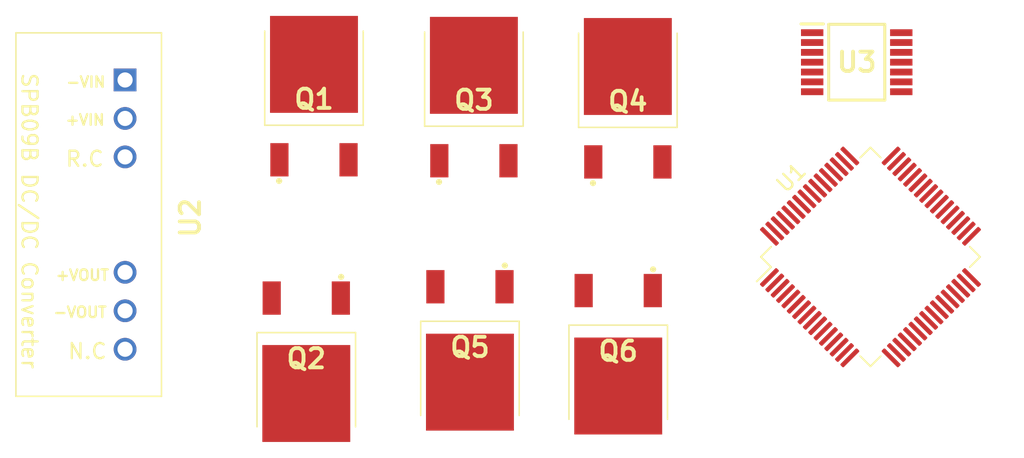
<source format=kicad_pcb>
(kicad_pcb (version 20221018) (generator pcbnew)
  (layers (0 "F.Cu" signal) (31 "B.Cu" signal) (34 "B.Paste" user) (35 "F.Paste" user) (36 "B.SilkS" user "B.Silkscreen") (37 "F.SilkS" user "F.Silkscreen") (38 "B.Mask" user) (39 "F.Mask" user) (44 "Edge.Cuts" user))
  (net 0 "")
  (net 13 "+3.3V")
  (net 18 "Net-(C2-Pad2)")
  (net 21 "1A_PWM")
  (net 22 "1B_PWM")
  (net 25 "2A_PWM")
  (net 26 "2B_PWM")
  (net 29 "Net-(U1-VCAP_1)")
  (net 31 "3A_PWM")
  (net 32 "3B_PWM")
  (net 58 "GNDPWR")
  (net 59 "+VIN")
  (net 61 "GND")
  (net 63 "+BATT")
  (net 64 "Net-(Q1-G)")
  (net 65 "Phase1")
  (net 66 "Net-(Q2-G)")
  (net 67 "Net-(Q3-G)")
  (net 68 "Phase2")
  (net 69 "Net-(Q4-G)")
  (net 70 "Net-(Q5-G)")
  (net 71 "Phase3")
  (net 72 "Net-(Q6-G)")
  (net 73 "Phase2EMF")
  (net 74 "Phase1EMF")
  (net 75 "NEUT")
  (footprint "Package_TO_SOT_SMD:IPD90N06S4L03" (layer "F.Cu") (at 130.677 99.752 180)
    (fp_text reference "Q2" (at 0 -0.5) (layer "F.SilkS") (effects (font (size 1.27 1.27) (thickness 0.254))))
    (fp_text value "NMOS" hide)
    (fp_line (start -3.25 -5) (end -3.25 1.22) (stroke (width 0.1)) (layer "F.SilkS"))
    (fp_line (start -3.25 1.22) (end 3.25 1.22) (stroke (width 0.1)) (layer "F.SilkS"))
    (fp_line (start -2.4 4.9) (end -2.4 4.9) (stroke (width 0.2)) (layer "F.SilkS"))
    (fp_line (start -2.2 4.9) (end -2.2 4.9) (stroke (width 0.2)) (layer "F.SilkS"))
    (fp_line (start 3.25 1.22) (end 3.25 -5) (stroke (width 0.1)) (layer "F.SilkS"))
    (fp_arc (start -2.4 4.9) (mid -2.3 4.8) (end -2.2 4.9) (stroke (width 0.2)) (layer "F.SilkS"))
    (fp_arc (start -2.2 4.9) (mid -2.3 5) (end -2.4 4.9) (stroke (width 0.2)) (layer "F.SilkS"))
    (pad "1" smd rect (at -2.28 3.5 180) (size 1.2 2.2) (layers "F.Cu" "F.Paste" "F.Mask") (net 65 "Phase1"))
    (pad "2" smd rect (at 0 -2.8 180) (size 5.8 6.4) (layers "F.Cu" "F.Paste" "F.Mask") (net 66 "Net-(Q2-G)"))
    (pad "3" smd rect (at 2.28 3.5 180) (size 1.2 2.2) (layers "F.Cu" "F.Paste" "F.Mask") (net 58 "GNDPWR"))
  )
  (footprint "Package_TO_SOT_SMD:IPD90N06S4L03" (layer "F.Cu") (at 141.732 83.685)
    (fp_text reference "Q3" (at 0 -0.5) (layer "F.SilkS") (effects (font (size 1.27 1.27) (thickness 0.254))))
    (fp_text value "NMOS" hide)
    (fp_line (start -3.25 -5) (end -3.25 1.22) (stroke (width 0.1)) (layer "F.SilkS"))
    (fp_line (start -3.25 1.22) (end 3.25 1.22) (stroke (width 0.1)) (layer "F.SilkS"))
    (fp_line (start -2.4 4.9) (end -2.4 4.9) (stroke (width 0.2)) (layer "F.SilkS"))
    (fp_line (start -2.2 4.9) (end -2.2 4.9) (stroke (width 0.2)) (layer "F.SilkS"))
    (fp_line (start 3.25 1.22) (end 3.25 -5) (stroke (width 0.1)) (layer "F.SilkS"))
    (fp_arc (start -2.4 4.9) (mid -2.3 4.8) (end -2.2 4.9) (stroke (width 0.2)) (layer "F.SilkS"))
    (fp_arc (start -2.2 4.9) (mid -2.3 5) (end -2.4 4.9) (stroke (width 0.2)) (layer "F.SilkS"))
    (pad "1" smd rect (at -2.28 3.5) (size 1.2 2.2) (layers "F.Cu" "F.Paste" "F.Mask") (net 63 "+BATT"))
    (pad "2" smd rect (at 0 -2.8) (size 5.8 6.4) (layers "F.Cu" "F.Paste" "F.Mask") (net 67 "Net-(Q3-G)"))
    (pad "3" smd rect (at 2.28 3.5) (size 1.2 2.2) (layers "F.Cu" "F.Paste" "F.Mask") (net 68 "Phase2"))
  )
  (footprint "Package_TO_SOT_SMD:IPD90N06S4L03" (layer "F.Cu") (at 151.886 83.762)
    (fp_text reference "Q4" (at 0 -0.5) (layer "F.SilkS") (effects (font (size 1.27 1.27) (thickness 0.254))))
    (fp_text value "NMOS" hide)
    (fp_line (start -3.25 -5) (end -3.25 1.22) (stroke (width 0.1)) (layer "F.SilkS"))
    (fp_line (start -3.25 1.22) (end 3.25 1.22) (stroke (width 0.1)) (layer "F.SilkS"))
    (fp_line (start -2.4 4.9) (end -2.4 4.9) (stroke (width 0.2)) (layer "F.SilkS"))
    (fp_line (start -2.2 4.9) (end -2.2 4.9) (stroke (width 0.2)) (layer "F.SilkS"))
    (fp_line (start 3.25 1.22) (end 3.25 -5) (stroke (width 0.1)) (layer "F.SilkS"))
    (fp_arc (start -2.4 4.9) (mid -2.3 4.8) (end -2.2 4.9) (stroke (width 0.2)) (layer "F.SilkS"))
    (fp_arc (start -2.2 4.9) (mid -2.3 5) (end -2.4 4.9) (stroke (width 0.2)) (layer "F.SilkS"))
    (pad "1" smd rect (at -2.28 3.5) (size 1.2 2.2) (layers "F.Cu" "F.Paste" "F.Mask") (net 68 "Phase2"))
    (pad "2" smd rect (at 0 -2.8) (size 5.8 6.4) (layers "F.Cu" "F.Paste" "F.Mask") (net 69 "Net-(Q4-G)"))
    (pad "3" smd rect (at 2.28 3.5) (size 1.2 2.2) (layers "F.Cu" "F.Paste" "F.Mask") (net 58 "GNDPWR"))
  )
  (footprint "Package_SO:SOP65P640X120-14N" (layer "F.Cu") (at 166.982 80.678)
    (fp_text reference "U3" (at 0 0) (layer "F.SilkS") (effects (font (size 1.27 1.27) (thickness 0.254))))
    (fp_text value "TLV1704AQPWRQ1" hide)
    (fp_line (start -3.675 -2.525) (end -2.2 -2.525) (stroke (width 0.2)) (layer "F.SilkS"))
    (fp_line (start -1.85 -2.5) (end 1.85 -2.5) (stroke (width 0.2)) (layer "F.SilkS"))
    (fp_line (start -1.85 2.5) (end -1.85 -2.5) (stroke (width 0.2)) (layer "F.SilkS"))
    (fp_line (start 1.85 -2.5) (end 1.85 2.5) (stroke (width 0.2)) (layer "F.SilkS"))
    (fp_line (start 1.85 2.5) (end -1.85 2.5) (stroke (width 0.2)) (layer "F.SilkS"))
    (pad "1" smd rect (at -2.938 -1.95 90) (size 0.45 1.475) (layers "F.Cu" "F.Paste" "F.Mask") (net 73 "Phase2EMF"))
    (pad "2" smd rect (at -2.938 -1.3 90) (size 0.45 1.475) (layers "F.Cu" "F.Paste" "F.Mask") (net 74 "Phase1EMF"))
    (pad "3" smd rect (at -2.938 -0.65 90) (size 0.45 1.475) (layers "F.Cu" "F.Paste" "F.Mask") (net 63 "+BATT"))
    (pad "4" smd rect (at -2.938 0 90) (size 0.45 1.475) (layers "F.Cu" "F.Paste" "F.Mask") (net 75 "NEUT"))
    (pad "5" smd rect (at -2.938 0.65 90) (size 0.45 1.475) (layers "F.Cu" "F.Paste" "F.Mask") (net 65 "Phase1"))
    (pad "6" smd rect (at -2.938 1.3 90) (size 0.45 1.475) (layers "F.Cu" "F.Paste" "F.Mask") (net 75 "NEUT"))
    (pad "7" smd rect (at -2.938 1.95 90) (size 0.45 1.475) (layers "F.Cu" "F.Paste" "F.Mask") (net 68 "Phase2"))
    (pad "8" smd rect (at 2.938 1.95 90) (size 0.45 1.475) (layers "F.Cu" "F.Paste" "F.Mask") (net 75 "NEUT"))
    (pad "9" smd rect (at 2.938 1.3 90) (size 0.45 1.475) (layers "F.Cu" "F.Paste" "F.Mask") (net 68 "Phase2"))
    (pad "10" smd rect (at 2.938 0.65 90) (size 0.45 1.475) (layers "F.Cu" "F.Paste" "F.Mask"))
    (pad "11" smd rect (at 2.938 0 90) (size 0.45 1.475) (layers "F.Cu" "F.Paste" "F.Mask"))
    (pad "12" smd rect (at 2.938 -0.65 90) (size 0.45 1.475) (layers "F.Cu" "F.Paste" "F.Mask"))
    (pad "13" smd rect (at 2.938 -1.3 90) (size 0.45 1.475) (layers "F.Cu" "F.Paste" "F.Mask"))
    (pad "14" smd rect (at 2.938 -1.95 90) (size 0.45 1.475) (layers "F.Cu" "F.Paste" "F.Mask") (net 73 "Phase2EMF"))
  )
  (footprint "Converter_DCDC:SPB09B" (layer "F.Cu") (at 118.726 81.851 -90)
    (fp_text reference "U2" (at 9.1 -4.3 90) (layer "F.SilkS") (effects (font (size 1.27 1.27) (thickness 0.254))))
    (fp_text value "SPB09B-03" hide)
    (fp_text user "+VIN" (at 3.05 4 unlocked) (layer "F.SilkS") (effects (font (size 0.7 0.7)) (justify left bottom)))
    (fp_text user "N.C" (at 18.5 3.85 unlocked) (layer "F.SilkS") (effects (justify left bottom)))
    (fp_text user "R.C" (at 5.8 4 unlocked) (layer "F.SilkS") (effects (justify left bottom)))
    (fp_text user "+VOUT" (at 13.3 4.65 unlocked) (layer "F.SilkS") (effects (font (size 0.7 0.7)) (justify left bottom)))
    (fp_text user "SPB09B DC/DC Converter" (at -0.55 6.9 -90 unlocked) (layer "F.SilkS") (effects (justify left bottom)))
    (fp_text user "-VIN" (at 0.55 3.95 unlocked) (layer "F.SilkS") (effects (font (size 0.7 0.7)) (justify left bottom)))
    (fp_text user "-VOUT" (at 15.75 4.8 unlocked) (layer "F.SilkS") (effects (font (size 0.7 0.7)) (justify left bottom)))
    (fp_line (start -3.11 -2.4) (end 20.89 -2.4) (stroke (width 0.1)) (layer "F.SilkS"))
    (fp_line (start -3.11 7.2) (end -3.11 -2.4) (stroke (width 0.1)) (layer "F.SilkS"))
    (fp_line (start 20.89 -2.4) (end 20.89 7.2) (stroke (width 0.1)) (layer "F.SilkS"))
    (fp_line (start 20.89 7.2) (end -3.11 7.2) (stroke (width 0.1)) (layer "F.SilkS"))
    (pad "1" thru_hole rect (at 0 0 270) (size 1.5 1.5) (drill 1) (layers "*.Cu" "*.Mask") (net 58 "GNDPWR"))
    (pad "2" thru_hole circle (at 2.54 0 270) (size 1.5 1.5) (drill 1) (layers "*.Cu" "*.Mask") (net 59 "+VIN"))
    (pad "3" thru_hole circle (at 5.08 0 270) (size 1.5 1.5) (drill 1) (layers "*.Cu" "*.Mask"))
    (pad "6" thru_hole circle (at 12.7 0 270) (size 1.5 1.5) (drill 1) (layers "*.Cu" "*.Mask") (net 13 "+3.3V"))
    (pad "7" thru_hole circle (at 15.24 0 270) (size 1.5 1.5) (drill 1) (layers "*.Cu" "*.Mask") (net 61 "GND"))
    (pad "8" thru_hole circle (at 17.78 0 270) (size 1.5 1.5) (drill 1) (layers "*.Cu" "*.Mask"))
  )
  (footprint "Package_QFP:LQFP-64_10x10mm_P0.5mm" (layer "F.Cu") (at 167.888 93.535 45)
    (fp_text reference "U1" (at 0 -7.4 45) (layer "F.SilkS"))
    (fp_text value "STM32F446RETx")
    (fp_line (start -5.11 -5.11) (end -5.11 -4.16) (stroke (width 0.12)) (layer "F.SilkS"))
    (fp_line (start -5.11 -4.16) (end -6.45 -4.16) (stroke (width 0.12)) (layer "F.SilkS"))
    (fp_line (start -5.11 5.11) (end -5.11 4.16) (stroke (width 0.12)) (layer "F.SilkS"))
    (fp_line (start -4.16 -5.11) (end -5.11 -5.11) (stroke (width 0.12)) (layer "F.SilkS"))
    (fp_line (start -4.16 5.11) (end -5.11 5.11) (stroke (width 0.12)) (layer "F.SilkS"))
    (fp_line (start 4.16 -5.11) (end 5.11 -5.11) (stroke (width 0.12)) (layer "F.SilkS"))
    (fp_line (start 4.16 5.11) (end 5.11 5.11) (stroke (width 0.12)) (layer "F.SilkS"))
    (fp_line (start 5.11 -5.11) (end 5.11 -4.16) (stroke (width 0.12)) (layer "F.SilkS"))
    (fp_line (start 5.11 5.11) (end 5.11 4.16) (stroke (width 0.12)) (layer "F.SilkS"))
    (pad "1" smd roundrect (at -5.675 -3.75 45) (size 1.55 0.3) (layers "F.Cu" "F.Paste" "F.Mask"))
    (pad "2" smd roundrect (at -5.675 -3.25 45) (size 1.55 0.3) (layers "F.Cu" "F.Paste" "F.Mask"))
    (pad "3" smd roundrect (at -5.675 -2.75 45) (size 1.55 0.3) (layers "F.Cu" "F.Paste" "F.Mask"))
    (pad "4" smd roundrect (at -5.675 -2.25 45) (size 1.55 0.3) (layers "F.Cu" "F.Paste" "F.Mask"))
    (pad "5" smd roundrect (at -5.675 -1.75 45) (size 1.55 0.3) (layers "F.Cu" "F.Paste" "F.Mask"))
    (pad "6" smd roundrect (at -5.675 -1.25 45) (size 1.55 0.3) (layers "F.Cu" "F.Paste" "F.Mask"))
    (pad "7" smd roundrect (at -5.675 -0.75 45) (size 1.55 0.3) (layers "F.Cu" "F.Paste" "F.Mask"))
    (pad "8" smd roundrect (at -5.675 -0.25 45) (size 1.55 0.3) (layers "F.Cu" "F.Paste" "F.Mask"))
    (pad "9" smd roundrect (at -5.675 0.25 45) (size 1.55 0.3) (layers "F.Cu" "F.Paste" "F.Mask"))
    (pad "10" smd roundrect (at -5.675 0.75 45) (size 1.55 0.3) (layers "F.Cu" "F.Paste" "F.Mask"))
    (pad "11" smd roundrect (at -5.675 1.25 45) (size 1.55 0.3) (layers "F.Cu" "F.Paste" "F.Mask"))
    (pad "12" smd roundrect (at -5.675 1.75 45) (size 1.55 0.3) (layers "F.Cu" "F.Paste" "F.Mask"))
    (pad "13" smd roundrect (at -5.675 2.25 45) (size 1.55 0.3) (layers "F.Cu" "F.Paste" "F.Mask") (net 13 "+3.3V"))
    (pad "14" smd roundrect (at -5.675 2.75 45) (size 1.55 0.3) (layers "F.Cu" "F.Paste" "F.Mask"))
    (pad "15" smd roundrect (at -5.675 3.25 45) (size 1.55 0.3) (layers "F.Cu" "F.Paste" "F.Mask"))
    (pad "16" smd roundrect (at -5.675 3.75 45) (size 1.55 0.3) (layers "F.Cu" "F.Paste" "F.Mask"))
    (pad "17" smd roundrect (at -3.75 5.675 45) (size 0.3 1.55) (layers "F.Cu" "F.Paste" "F.Mask"))
    (pad "18" smd roundrect (at -3.25 5.675 45) (size 0.3 1.55) (layers "F.Cu" "F.Paste" "F.Mask") (net 18 "Net-(C2-Pad2)"))
    (pad "19" smd roundrect (at -2.75 5.675 45) (size 0.3 1.55) (layers "F.Cu" "F.Paste" "F.Mask") (net 13 "+3.3V"))
    (pad "20" smd roundrect (at -2.25 5.675 45) (size 0.3 1.55) (layers "F.Cu" "F.Paste" "F.Mask"))
    (pad "21" smd roundrect (at -1.75 5.675 45) (size 0.3 1.55) (layers "F.Cu" "F.Paste" "F.Mask"))
    (pad "22" smd roundrect (at -1.25 5.675 45) (size 0.3 1.55) (layers "F.Cu" "F.Paste" "F.Mask") (net 21 "1A_PWM"))
    (pad "23" smd roundrect (at -0.75 5.675 45) (size 0.3 1.55) (layers "F.Cu" "F.Paste" "F.Mask") (net 22 "1B_PWM"))
    (pad "24" smd roundrect (at -0.25 5.675 45) (size 0.3 1.55) (layers "F.Cu" "F.Paste" "F.Mask"))
    (pad "25" smd roundrect (at 0.25 5.675 45) (size 0.3 1.55) (layers "F.Cu" "F.Paste" "F.Mask"))
    (pad "26" smd roundrect (at 0.75 5.675 45) (size 0.3 1.55) (layers "F.Cu" "F.Paste" "F.Mask") (net 25 "2A_PWM"))
    (pad "27" smd roundrect (at 1.25 5.675 45) (size 0.3 1.55) (layers "F.Cu" "F.Paste" "F.Mask") (net 26 "2B_PWM"))
    (pad "28" smd roundrect (at 1.75 5.675 45) (size 0.3 1.55) (layers "F.Cu" "F.Paste" "F.Mask"))
    (pad "29" smd roundrect (at 2.25 5.675 45) (size 0.3 1.55) (layers "F.Cu" "F.Paste" "F.Mask"))
    (pad "30" smd roundrect (at 2.75 5.675 45) (size 0.3 1.55) (layers "F.Cu" "F.Paste" "F.Mask") (net 29 "Net-(U1-VCAP_1)"))
    (pad "31" smd roundrect (at 3.25 5.675 45) (size 0.3 1.55) (layers "F.Cu" "F.Paste" "F.Mask") (net 18 "Net-(C2-Pad2)"))
    (pad "32" smd roundrect (at 3.75 5.675 45) (size 0.3 1.55) (layers "F.Cu" "F.Paste" "F.Mask") (net 13 "+3.3V"))
    (pad "33" smd roundrect (at 5.675 3.75 45) (size 1.55 0.3) (layers "F.Cu" "F.Paste" "F.Mask"))
    (pad "34" smd roundrect (at 5.675 3.25 45) (size 1.55 0.3) (layers "F.Cu" "F.Paste" "F.Mask") (net 31 "3A_PWM"))
    (pad "35" smd roundrect (at 5.675 2.75 45) (size 1.55 0.3) (layers "F.Cu" "F.Paste" "F.Mask") (net 32 "3B_PWM"))
    (pad "36" smd roundrect (at 5.675 2.25 45) (size 1.55 0.3) (layers "F.Cu" "F.Paste" "F.Mask"))
    (pad "37" smd roundrect (at 5.675 1.75 45) (size 1.55 0.3) (layers "F.Cu" "F.Paste" "F.Mask"))
    (pad "38" smd roundrect (at 5.675 1.25 45) (size 1.55 0.3) (layers "F.Cu" "F.Paste" "F.Mask"))
    (pad "39" smd roundrect (at 5.675 0.75 45) (size 1.55 0.3) (layers "F.Cu" "F.Paste" "F.Mask"))
    (pad "40" smd roundrect (at 5.675 0.25 45) (size 1.55 0.3) (layers "F.Cu" "F.Paste" "F.Mask"))
    (pad "41" smd roundrect (at 5.675 -0.25 45) (size 1.55 0.3) (layers "F.Cu" "F.Paste" "F.Mask"))
    (pad "42" smd roundrect (at 5.675 -0.75 45) (size 1.55 0.3) (layers "F.Cu" "F.Paste" "F.Mask"))
    (pad "43" smd roundrect (at 5.675 -1.25 45) (size 1.55 0.3) (layers "F.Cu" "F.Paste" "F.Mask"))
    (pad "44" smd roundrect (at 5.675 -1.75 45) (size 1.55 0.3) (layers "F.Cu" "F.Paste" "F.Mask"))
    (pad "45" smd roundrect (at 5.675 -2.25 45) (size 1.55 0.3) (layers "F.Cu" "F.Paste" "F.Mask"))
    (pad "46" smd roundrect (at 5.675 -2.75 45) (size 1.55 0.3) (layers "F.Cu" "F.Paste" "F.Mask"))
    (pad "47" smd roundrect (at 5.675 -3.25 45) (size 1.55 0.3) (layers "F.Cu" "F.Paste" "F.Mask") (net 18 "Net-(C2-Pad2)"))
    (pad "48" smd roundrect (at 5.675 -3.75 45) (size 1.55 0.3) (layers "F.Cu" "F.Paste" "F.Mask") (net 13 "+3.3V"))
    (pad "49" smd roundrect (at 3.75 -5.675 45) (size 0.3 1.55) (layers "F.Cu" "F.Paste" "F.Mask"))
    (pad "50" smd roundrect (at 3.25 -5.675 45) (size 0.3 1.55) (layers "F.Cu" "F.Paste" "F.Mask"))
    (pad "51" smd roundrect (at 2.75 -5.675 45) (size 0.3 1.55) (layers "F.Cu" "F.Paste" "F.Mask"))
    (pad "52" smd roundrect (at 2.25 -5.675 45) (size 0.3 1.55) (layers "F.Cu" "F.Paste" "F.Mask"))
    (pad "53" smd roundrect (at 1.75 -5.675 45) (size 0.3 1.55) (layers "F.Cu" "F.Paste" "F.Mask"))
    (pad "54" smd roundrect (at 1.25 -5.675 45) (size 0.3 1.55) (layers "F.Cu" "F.Paste" "F.Mask"))
    (pad "55" smd roundrect (at 0.75 -5.675 45) (size 0.3 1.55) (layers "F.Cu" "F.Paste" "F.Mask"))
    (pad "56" smd roundrect (at 0.25 -5.675 45) (size 0.3 1.55) (layers "F.Cu" "F.Paste" "F.Mask"))
    (pad "57" smd roundrect (at -0.25 -5.675 45) (size 0.3 1.55) (layers "F.Cu" "F.Paste" "F.Mask"))
    (pad "58" smd roundrect (at -0.75 -5.675 45) (size 0.3 1.55) (layers "F.Cu" "F.Paste" "F.Mask"))
    (pad "59" smd roundrect (at -1.25 -5.675 45) (size 0.3 1.55) (layers "F.Cu" "F.Paste" "F.Mask"))
    (pad "60" smd roundrect (at -1.75 -5.675 45) (size 0.3 1.55) (layers "F.Cu" "F.Paste" "F.Mask"))
    (pad "61" smd roundrect (at -2.25 -5.675 45) (size 0.3 1.55) (layers "F.Cu" "F.Paste" "F.Mask"))
    (pad "62" smd roundrect (at -2.75 -5.675 45) (size 0.3 1.55) (layers "F.Cu" "F.Paste" "F.Mask"))
    (pad "63" smd roundrect (at -3.25 -5.675 45) (size 0.3 1.55) (layers "F.Cu" "F.Paste" "F.Mask") (net 18 "Net-(C2-Pad2)"))
    (pad "64" smd roundrect (at -3.75 -5.675 45) (size 0.3 1.55) (layers "F.Cu" "F.Paste" "F.Mask") (net 13 "+3.3V"))
  )
  (footprint "Package_TO_SOT_SMD:IPD90N06S4L03" (layer "F.Cu") (at 141.472 99.004 180)
    (fp_text reference "Q5" (at 0 -0.5) (layer "F.SilkS") (effects (font (size 1.27 1.27) (thickness 0.254))))
    (fp_text value "NMOS" hide)
    (fp_line (start -3.25 -5) (end -3.25 1.22) (stroke (width 0.1)) (layer "F.SilkS"))
    (fp_line (start -3.25 1.22) (end 3.25 1.22) (stroke (width 0.1)) (layer "F.SilkS"))
    (fp_line (start -2.4 4.9) (end -2.4 4.9) (stroke (width 0.2)) (layer "F.SilkS"))
    (fp_line (start -2.2 4.9) (end -2.2 4.9) (stroke (width 0.2)) (layer "F.SilkS"))
    (fp_line (start 3.25 1.22) (end 3.25 -5) (stroke (width 0.1)) (layer "F.SilkS"))
    (fp_arc (start -2.4 4.9) (mid -2.3 4.8) (end -2.2 4.9) (stroke (width 0.2)) (layer "F.SilkS"))
    (fp_arc (start -2.2 4.9) (mid -2.3 5) (end -2.4 4.9) (stroke (width 0.2)) (layer "F.SilkS"))
    (pad "1" smd rect (at -2.28 3.5 180) (size 1.2 2.2) (layers "F.Cu" "F.Paste" "F.Mask") (net 63 "+BATT"))
    (pad "2" smd rect (at 0 -2.8 180) (size 5.8 6.4) (layers "F.Cu" "F.Paste" "F.Mask") (net 70 "Net-(Q5-G)"))
    (pad "3" smd rect (at 2.28 3.5 180) (size 1.2 2.2) (layers "F.Cu" "F.Paste" "F.Mask") (net 71 "Phase3"))
  )
  (footprint "Package_TO_SOT_SMD:IPD90N06S4L03" (layer "F.Cu") (at 131.185 83.621)
    (fp_text reference "Q1" (at 0 -0.5) (layer "F.SilkS") (effects (font (size 1.27 1.27) (thickness 0.254))))
    (fp_text value "NMOS" hide)
    (fp_line (start -3.25 -5) (end -3.25 1.22) (stroke (width 0.1)) (layer "F.SilkS"))
    (fp_line (start -3.25 1.22) (end 3.25 1.22) (stroke (width 0.1)) (layer "F.SilkS"))
    (fp_line (start -2.4 4.9) (end -2.4 4.9) (stroke (width 0.2)) (layer "F.SilkS"))
    (fp_line (start -2.2 4.9) (end -2.2 4.9) (stroke (width 0.2)) (layer "F.SilkS"))
    (fp_line (start 3.25 1.22) (end 3.25 -5) (stroke (width 0.1)) (layer "F.SilkS"))
    (fp_arc (start -2.4 4.9) (mid -2.3 4.8) (end -2.2 4.9) (stroke (width 0.2)) (layer "F.SilkS"))
    (fp_arc (start -2.2 4.9) (mid -2.3 5) (end -2.4 4.9) (stroke (width 0.2)) (layer "F.SilkS"))
    (pad "1" smd rect (at -2.28 3.5) (size 1.2 2.2) (layers "F.Cu" "F.Paste" "F.Mask") (net 63 "+BATT"))
    (pad "2" smd rect (at 0 -2.8) (size 5.8 6.4) (layers "F.Cu" "F.Paste" "F.Mask") (net 64 "Net-(Q1-G)"))
    (pad "3" smd rect (at 2.28 3.5) (size 1.2 2.2) (layers "F.Cu" "F.Paste" "F.Mask") (net 65 "Phase1"))
  )
  (footprint "Package_TO_SOT_SMD:IPD90N06S4L03" (layer "F.Cu") (at 151.251 99.258 180)
    (fp_text reference "Q6" (at 0 -0.5) (layer "F.SilkS") (effects (font (size 1.27 1.27) (thickness 0.254))))
    (fp_text value "NMOS" hide)
    (fp_line (start -3.25 -5) (end -3.25 1.22) (stroke (width 0.1)) (layer "F.SilkS"))
    (fp_line (start -3.25 1.22) (end 3.25 1.22) (stroke (width 0.1)) (layer "F.SilkS"))
    (fp_line (start -2.4 4.9) (end -2.4 4.9) (stroke (width 0.2)) (layer "F.SilkS"))
    (fp_line (start -2.2 4.9) (end -2.2 4.9) (stroke (width 0.2)) (layer "F.SilkS"))
    (fp_line (start 3.25 1.22) (end 3.25 -5) (stroke (width 0.1)) (layer "F.SilkS"))
    (fp_arc (start -2.4 4.9) (mid -2.3 4.8) (end -2.2 4.9) (stroke (width 0.2)) (layer "F.SilkS"))
    (fp_arc (start -2.2 4.9) (mid -2.3 5) (end -2.4 4.9) (stroke (width 0.2)) (layer "F.SilkS"))
    (pad "1" smd rect (at -2.28 3.5 180) (size 1.2 2.2) (layers "F.Cu" "F.Paste" "F.Mask") (net 71 "Phase3"))
    (pad "2" smd rect (at 0 -2.8 180) (size 5.8 6.4) (layers "F.Cu" "F.Paste" "F.Mask") (net 72 "Net-(Q6-G)"))
    (pad "3" smd rect (at 2.28 3.5 180) (size 1.2 2.2) (layers "F.Cu" "F.Paste" "F.Mask") (net 58 "GNDPWR"))
  )
)
</source>
